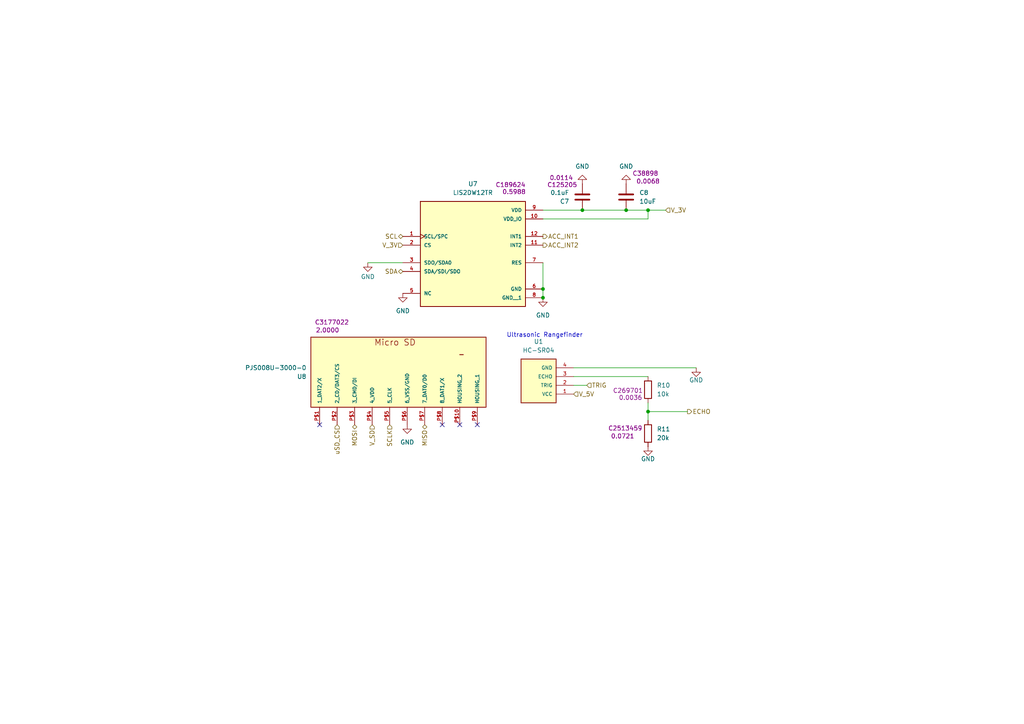
<source format=kicad_sch>
(kicad_sch (version 20250114) (generator "eeschema") (generator_version "9.0")
  (paper "A4")
  (lib_symbols
    (symbol "Device:C" (pin_numbers (hide yes)) (pin_names (offset 0.254))
      (property "Reference" "C" (at 0.635 2.54 0))
      (property "Value" "C" (at 0.635 -2.54 0))
      (symbol "C_0_1"
        (polyline (pts (xy -2.032 0.762) (xy 2.032 0.762)) (stroke (width 0.508)))
        (polyline (pts (xy -2.032 -0.762) (xy 2.032 -0.762)) (stroke (width 0.508)))
      )
      (symbol "C_1_1"
        (pin passive line (at 0 3.81 270) (length 2.794) (name "~") (number "1"))
        (pin passive line (at 0 -3.81 90) (length 2.794) (name "~") (number "2"))
      )
    )
    (symbol "Device:R" (pin_numbers (hide yes)) (pin_names (offset 0))
      (property "Reference" "R" (at 2.032 0 90))
      (property "Value" "R" (at 0 0 90))
      (symbol "R_0_1"
        (rectangle (start -1.016 -2.54) (end 1.016 2.54) (stroke (width 0.254)))
      )
      (symbol "R_1_1"
        (pin passive line (at 0 3.81 270) (length 1.27) (name "~") (number "1"))
        (pin passive line (at 0 -3.81 90) (length 1.27) (name "~") (number "2"))
      )
    )
    (symbol "LIS2DW12TR:LIS2DW12TR" (pin_names (offset 1.016))
      (property "Reference" "U7" (at 0 17.78 0))
      (property "Value" "LIS2DW12TR" (at 0 15.24 0))
      (symbol "LIS2DW12TR_0_0"
        (rectangle (start -15.24 -17.78) (end 15.24 12.7) (stroke (width 0.254)) (fill (type background)))
        (pin input clock (at -20.32 2.54 0) (length 5.08) (name "SCL/SPC") (number "1"))
        (pin input line (at -20.32 0 0) (length 5.08) (name "CS") (number "2"))
        (pin bidirectional line (at -20.32 -5.08 0) (length 5.08) (name "SDO/SDA0") (number "3"))
        (pin bidirectional line (at -20.32 -7.62 0) (length 5.08) (name "SDA/SDI/SDO") (number "4"))
        (pin power_in line (at 20.32 10.16 180) (length 5.08) (name "VDD") (number "9"))
        (pin power_in line (at 20.32 7.62 180) (length 5.08) (name "VDD_IO") (number "10"))
        (pin output line (at 20.32 2.54 180) (length 5.08) (name "INT1") (number "12"))
        (pin output line (at 20.32 0 180) (length 5.08) (name "INT2") (number "11"))
        (pin passive line (at 20.32 -5.08 180) (length 5.08) (name "RES") (number "7"))
        (pin power_in line (at 20.32 -12.7 180) (length 5.08) (name "GND") (number "6"))
        (pin power_in line (at 20.32 -15.24 180) (length 5.08) (name "GND__1") (number "8"))
      )
      (symbol "LIS2DW12TR_1_0"
        (pin input line (at -20.32 -13.97 0) (length 5.08) (name "NC") (number "5"))
      )
    )
    (symbol "PJS008U-3000-0:PJS008U-3000-0" (pin_names (offset 1.016))
      (property "Reference" "U" (at 0 0 0))
      (property "Value" "PJS008U-3000-0" (at 0 0 0))
      (symbol "PJS008U-3000-0_0_0"
        (rectangle (start -25.4 -10.16) (end 25.4 10.16) (stroke (width 0.254)) (fill (type background)))
        (polyline (pts (xy -17.78 -5.08) (xy -18.796 -5.08)) (stroke (width 0.254)))
        (text "Micro SD" (at -5.08 -7.62 0) (effects (font (size 1.778 1.778)) (justify left bottom)))
        (pin bidirectional line (at -22.86 15.24 270) (length 5.08) (name "HOUSING_1") (number "P$9"))
        (pin bidirectional line (at -17.78 15.24 270) (length 5.08) (name "HOUSING_2") (number "P$10"))
        (pin bidirectional line (at -12.7 15.24 270) (length 5.08) (name "8_DAT1/X") (number "P$8"))
        (pin bidirectional line (at -7.62 15.24 270) (length 5.08) (name "7_DAT0/D0") (number "P$7"))
        (pin bidirectional line (at -2.54 15.24 270) (length 5.08) (name "6_VSS/GND") (number "P$6"))
        (pin bidirectional line (at 2.54 15.24 270) (length 5.08) (name "5_CLK") (number "P$5"))
        (pin power_in line (at 7.62 15.24 270) (length 5.08) (name "4_VDD") (number "P$4"))
        (pin bidirectional line (at 12.7 15.24 270) (length 5.08) (name "3_CMD/DI") (number "P$3"))
        (pin bidirectional line (at 17.78 15.24 270) (length 5.08) (name "2_CD/DAT3/CS") (number "P$2"))
        (pin bidirectional line (at 22.86 15.24 270) (length 5.08) (name "1_DAT2/X") (number "P$1"))
      )
    )
    (symbol "Singing Poles Symbols:HC-SR04" (pin_names (offset 1.016))
      (property "Reference" "U2" (at 0 5.0813 0))
      (property "Value" "HC-SR04" (at 0 -10.163 0))
      (symbol "HC-SR04_0_0"
        (rectangle (start 0 -7.62) (end 10.16 5.08) (stroke (width 0.254)) (fill (type background)))
        (pin power_in line (at -5.08 2.54 0) (length 5.08) (name "VCC") (number "1"))
        (pin bidirectional line (at -5.08 0 0) (length 5.08) (name "TRIG") (number "2"))
        (pin bidirectional line (at -5.08 -2.54 0) (length 5.08) (name "ECHO") (number "3"))
        (pin power_in line (at -5.08 -5.08 0) (length 5.08) (name "GND") (number "4"))
      )
    )
    (symbol "power:GND" (power) (pin_numbers (hide yes)) (pin_names (offset 0) (hide yes))
      (property "Value" "GND" (at 0 -3.81 0))
      (symbol "GND_0_1"
        (polyline (pts (xy 0 0) (xy 0 -1.27) (xy 1.27 -1.27) (xy 0 -2.54) (xy -1.27 -1.27) (xy 0 -1.27)))
      )
      (symbol "GND_1_1"
        (pin power_in line (at 0 0 270) (length 0) (name "~") (number "1"))
      )
    )
  )
  (text "Ultrasonic Rangefinder" (at 157.988 97.282 0) (effects (font (size 1.27 1.27))))
  (junction (at 168.91 60.96))
  (junction (at 181.61 60.96))
  (junction (at 187.96 60.96))
  (junction (at 157.48 86.36))
  (junction (at 187.96 119.38))
  (junction (at 157.48 83.82))
  (no_connect (at 128.27 123.19))
  (no_connect (at 133.35 123.19))
  (no_connect (at 92.71 123.19))
  (no_connect (at 138.43 123.19))
  (wire (pts (xy 187.96 60.96) (xy 187.96 63.5)))
  (wire (pts (xy 187.96 60.96) (xy 193.04 60.96)))
  (wire (pts (xy 157.48 83.82) (xy 157.48 86.36)))
  (wire (pts (xy 181.61 60.96) (xy 187.96 60.96)))
  (wire (pts (xy 106.68 76.2) (xy 116.84 76.2)))
  (wire (pts (xy 168.91 60.96) (xy 181.61 60.96)))
  (wire (pts (xy 187.96 119.38) (xy 199.39 119.38)))
  (wire (pts (xy 170.18 111.76) (xy 166.37 111.76)))
  (wire (pts (xy 187.96 116.84) (xy 187.96 119.38)))
  (wire (pts (xy 157.48 63.5) (xy 187.96 63.5)))
  (wire (pts (xy 187.96 119.38) (xy 187.96 121.92)))
  (wire (pts (xy 201.93 106.68) (xy 166.37 106.68)))
  (wire (pts (xy 166.37 109.22) (xy 187.96 109.22)))
  (wire (pts (xy 157.48 60.96) (xy 168.91 60.96)))
  (wire (pts (xy 157.48 76.2) (xy 157.48 83.82)))
  (hierarchical_label "SCL" (shape bidirectional) (at 116.84 68.58 180))
  (hierarchical_label "SCLK" (shape input) (at 113.03 123.19 270))
  (hierarchical_label "MISO" (shape bidirectional) (at 123.19 123.19 270))
  (hierarchical_label "TRIG" (shape input) (at 170.18 111.76 0))
  (hierarchical_label "ECHO" (shape output) (at 199.39 119.38 0))
  (hierarchical_label "uSD_CS" (shape input) (at 97.79 123.19 270))
  (hierarchical_label "MOSI" (shape bidirectional) (at 102.87 123.19 270))
  (hierarchical_label "V_SD" (shape input) (at 107.95 123.19 270))
  (hierarchical_label "V_3V" (shape input) (at 116.84 71.12 180))
  (hierarchical_label "ACC_INT2" (shape output) (at 157.48 71.12 0))
  (hierarchical_label "V_3V" (shape input) (at 193.04 60.96 0))
  (hierarchical_label "SDA" (shape bidirectional) (at 116.84 78.74 180))
  (hierarchical_label "V_5V" (shape input) (at 166.37 114.3 0))
  (hierarchical_label "ACC_INT1" (shape output) (at 157.48 68.58 0))
  (symbol (lib_id "Device:R") (at 187.96 125.73 180) (unit 1)
    (property "Reference" "R11" (at 190.5 124.4599 0) (effects (justify right)))
    (property "Value" "20k" (at 190.5 126.9999 0) (effects (justify right)))
    (property "Footprint" "Resistor_SMD:R_0603_1608Metric" (effects (hide yes)))
    (property "Description" "Resistor" (effects (hide yes)))
    (property "LCSC part" "C2513459" (at 181.356 124.206 0))
    (property "LCSC price ($US)" "0.0721" (at 180.594 126.492 0))
  )
  (symbol (lib_id "Device:C") (at 181.61 57.15 180) (unit 1)
    (property "Reference" "C8" (at 185.42 55.8799 0) (effects (justify right)))
    (property "Value" "10uF" (at 185.42 58.4199 0) (effects (justify right)))
    (property "Footprint" "Capacitor_SMD:C_0603_1608Metric" (effects (hide yes)))
    (property "Description" "Unpolarized capacitor" (effects (hide yes)))
    (property "LCSC part" "C38898" (at 187.198 50.292 0))
    (property "LCSC price ($US)" "0.0068" (at 187.96 52.578 0))
  )
  (symbol (lib_id "power:GND") (at 201.93 106.68 0) (unit 1)
    (property "Reference" "#PWR06" (effects (hide yes)))
    (property "Value" "GND" (at 203.962 110.236 0) (effects (justify right)))
    (property "Description" "Power symbol creates a global label with name \"GND\" , ground" (effects (hide yes)))
  )
  (symbol (lib_id "power:GND") (at 157.48 86.36 0) (unit 1)
    (property "Reference" "#PWR040" (effects (hide yes)))
    (property "Value" "GND" (at 157.48 91.44 0))
    (property "Description" "Power symbol creates a global label with name \"GND\" , ground" (effects (hide yes)))
  )
  (symbol (lib_id "PJS008U-3000-0:PJS008U-3000-0") (at 115.57 107.95 180) (unit 1)
    (property "Reference" "U8" (at 88.9 109.2201 0) (effects (justify left)))
    (property "Value" "PJS008U-3000-0" (at 88.9 106.6801 0) (effects (justify left)))
    (property "Footprint" "PJS008U-3000-0:PJS008U-3000-0" (effects (hide yes)))
    (property "MF" "Yamaichi" (effects (hide yes)))
    (property "Description_1" "8 Position Card Connector Secure Digital - microSD™ Through Hole Gold-Nickel" (effects (hide yes)))
    (property "Package" "None" (effects (hide yes)))
    (property "Price" "None" (effects (hide yes)))
    (property "SnapEDA_Link" "https://www.snapeda.com/parts/PJS008U-3000-0/Yamaichi/view-part/?ref=snap" (effects (hide yes)))
    (property "MP" "PJS008U-3000-0" (effects (hide yes)))
    (property "Availability" "In Stock" (effects (hide yes)))
    (property "Check_prices" "https://www.snapeda.com/parts/PJS008U-3000-0/Yamaichi/view-part/?ref=eda" (effects (hide yes)))
    (property "LCSC part" "C3177022" (at 96.266 93.472 0))
    (property "LCSC price ($US)" "2.0000" (at 94.996 95.758 0))
  )
  (symbol (lib_id "Device:R") (at 187.96 113.03 180) (unit 1)
    (property "Reference" "R10" (at 190.5 111.7599 0) (effects (justify right)))
    (property "Value" "10k" (at 190.5 114.2999 0) (effects (justify right)))
    (property "Footprint" "Resistor_SMD:R_0603_1608Metric" (effects (hide yes)))
    (property "Description" "Resistor" (effects (hide yes)))
    (property "LCSC part" "C269701" (at 182.118 113.284 0))
    (property "LCSC price ($US)" "0.0036" (at 182.88 115.316 0))
  )
  (symbol (lib_id "LIS2DW12TR:LIS2DW12TR") (at 137.16 71.12 0) (unit 1)
    (property "Reference" "U7" (at 137.16 53.34 0))
    (property "Value" "LIS2DW12TR" (at 137.16 55.88 0))
    (property "Footprint" "Package_LGA:LGA-12_2x2mm_P0.5mm" (effects (hide yes)))
    (property "PARTREV" "4" (effects (hide yes)))
    (property "STANDARD" "IPC-7351B" (effects (hide yes)))
    (property "MANUFACTURER" "STMicroelectronics" (effects (hide yes)))
    (property "LCSC part" "C189624" (at 148.082 53.594 0))
    (property "LCSC price ($US)" "0.5988" (at 149.098 55.626 0))
  )
  (symbol (lib_id "power:GND") (at 106.68 76.2 0) (unit 1)
    (property "Reference" "#PWR041" (effects (hide yes)))
    (property "Value" "GND" (at 106.68 80.264 0))
    (property "Description" "Power symbol creates a global label with name \"GND\" , ground" (effects (hide yes)))
  )
  (symbol (lib_id "Singing Poles Symbols:HC-SR04") (at 161.29 111.76 180) (unit 1)
    (property "Reference" "U1" (at 156.21 99.06 0))
    (property "Value" "HC-SR04" (at 156.21 101.6 0))
    (property "Footprint" "Connector_PinHeader_2.54mm:PinHeader_1x04_P2.54mm_Vertical" (effects (hide yes)))
    (property "MANUFACTURER" " " (effects (hide yes)))
  )
  (symbol (lib_id "power:GND") (at 168.91 53.34 180) (unit 1)
    (property "Reference" "#PWR035" (effects (hide yes)))
    (property "Value" "GND" (at 168.91 48.26 0))
    (property "Description" "Power symbol creates a global label with name \"GND\" , ground" (effects (hide yes)))
  )
  (symbol (lib_id "power:GND") (at 181.61 53.34 180) (unit 1)
    (property "Reference" "#PWR036" (effects (hide yes)))
    (property "Value" "GND" (at 181.61 48.26 0))
    (property "Description" "Power symbol creates a global label with name \"GND\" , ground" (effects (hide yes)))
  )
  (symbol (lib_id "power:GND") (at 118.11 123.19 0) (unit 1)
    (property "Reference" "#PWR03" (effects (hide yes)))
    (property "Value" "GND" (at 118.11 128.27 0))
    (property "Description" "Power symbol creates a global label with name \"GND\" , ground" (effects (hide yes)))
  )
  (symbol (lib_id "Device:C") (at 168.91 57.15 180) (unit 1)
    (property "Reference" "C7" (at 165.1 58.4201 0) (effects (justify left)))
    (property "Value" "0.1uF" (at 165.1 55.8801 0) (effects (justify left)))
    (property "Footprint" "Capacitor_SMD:C_0603_1608Metric" (effects (hide yes)))
    (property "Description" "Unpolarized capacitor" (effects (hide yes)))
    (property "LCSC part" "C125205" (at 163.068 53.594 0))
    (property "LCSC price ($US)" "0.0114" (at 162.814 51.562 0))
  )
  (symbol (lib_id "power:GND") (at 187.96 129.54 0) (unit 1)
    (property "Reference" "#PWR018" (effects (hide yes)))
    (property "Value" "GND" (at 189.992 133.096 0) (effects (justify right)))
    (property "Description" "Power symbol creates a global label with name \"GND\" , ground" (effects (hide yes)))
  )
  (symbol (lib_id "power:GND") (at 116.84 85.09 0) (unit 1)
    (property "Reference" "#PWR042" (effects (hide yes)))
    (property "Value" "GND" (at 116.84 90.17 0))
    (property "Description" "Power symbol creates a global label with name \"GND\" , ground" (effects (hide yes)))
  )
)
</source>
